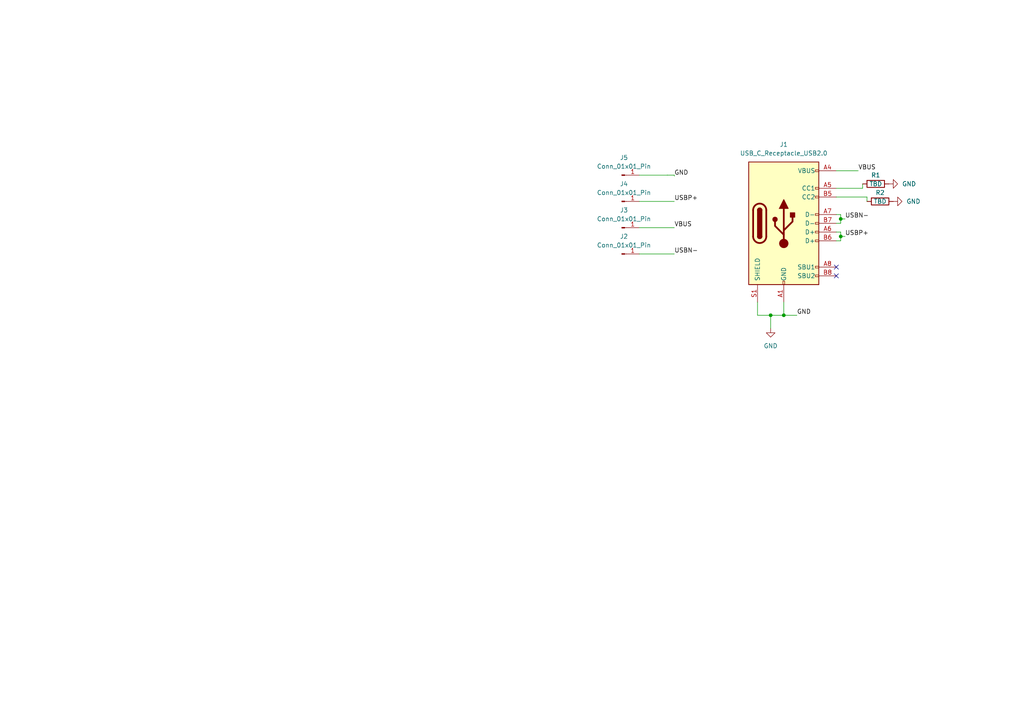
<source format=kicad_sch>
(kicad_sch (version 20230121) (generator eeschema)
  (paper "A4")
  (lib_symbols
    (symbol "Connector:Conn_01x01_Pin" (pin_names (offset 1.016) hide)
      (property "Reference" "J" (at 0 2.54 0))
      (property "Value" "Conn_01x01_Pin" (at 0 -2.54 0))
      (symbol "Conn_01x01_Pin_1_1"
        (polyline (pts (xy 1.27 0) (xy 0.8636 0)) (stroke (width 0.1524)))
        (rectangle (start 0.8636 0.127) (end 0 -0.127) (stroke (width 0.1524)) (fill (type outline)))
        (pin passive line (at 5.08 0 180) (length 3.81) (name "Pin_1") (number "1"))
      )
    )
    (symbol "Connector:USB_C_Receptacle_USB2.0" (pin_names (offset 1.016))
      (property "Reference" "J" (at -10.16 19.05 0))
      (property "Value" "USB_C_Receptacle_USB2.0" (at 19.05 19.05 0))
      (symbol "USB_C_Receptacle_USB2.0_0_0"
        (rectangle (start -0.254 -17.78) (end 0.254 -16.764))
        (rectangle (start 10.16 -14.986) (end 9.144 -15.494))
        (rectangle (start 10.16 -12.446) (end 9.144 -12.954))
        (rectangle (start 10.16 -4.826) (end 9.144 -5.334))
        (rectangle (start 10.16 -2.286) (end 9.144 -2.794))
        (rectangle (start 10.16 0.254) (end 9.144 -0.254))
        (rectangle (start 10.16 2.794) (end 9.144 2.286))
        (rectangle (start 10.16 7.874) (end 9.144 7.366))
        (rectangle (start 10.16 10.414) (end 9.144 9.906))
        (rectangle (start 10.16 15.494) (end 9.144 14.986))
      )
      (symbol "USB_C_Receptacle_USB2.0_0_1"
        (rectangle (start -10.16 17.78) (end 10.16 -17.78) (stroke (width 0.254)) (fill (type background)))
        (arc (start -8.89 -3.81) (mid -6.985 -5.7067) (end -5.08 -3.81) (stroke (width 0.508)))
        (arc (start -7.62 -3.81) (mid -6.985 -4.4423) (end -6.35 -3.81) (stroke (width 0.254)))
        (arc (start -7.62 -3.81) (mid -6.985 -4.4423) (end -6.35 -3.81) (stroke (width 0.254)) (fill (type outline)))
        (rectangle (start -7.62 -3.81) (end -6.35 3.81) (stroke (width 0.254)) (fill (type outline)))
        (arc (start -6.35 3.81) (mid -6.985 4.4423) (end -7.62 3.81) (stroke (width 0.254)))
        (arc (start -6.35 3.81) (mid -6.985 4.4423) (end -7.62 3.81) (stroke (width 0.254)) (fill (type outline)))
        (arc (start -5.08 3.81) (mid -6.985 5.7067) (end -8.89 3.81) (stroke (width 0.508)))
        (circle (center -2.54 1.143) (radius 0.635) (stroke (width 0.254)) (fill (type outline)))
        (circle (center 0 -5.842) (radius 1.27) (fill (type outline)))
        (polyline (pts (xy -8.89 -3.81) (xy -8.89 3.81)) (stroke (width 0.508)))
        (polyline (pts (xy -5.08 3.81) (xy -5.08 -3.81)) (stroke (width 0.508)))
        (polyline (pts (xy 0 -5.842) (xy 0 4.318)) (stroke (width 0.508)))
        (polyline (pts (xy 0 -3.302) (xy -2.54 -0.762) (xy -2.54 0.508)) (stroke (width 0.508)))
        (polyline (pts (xy 0 -2.032) (xy 2.54 0.508) (xy 2.54 1.778)) (stroke (width 0.508)))
        (polyline (pts (xy -1.27 4.318) (xy 0 6.858) (xy 1.27 4.318) (xy -1.27 4.318)) (stroke (width 0.254)) (fill (type outline)))
        (rectangle (start 1.905 1.778) (end 3.175 3.048) (stroke (width 0.254)) (fill (type outline)))
      )
      (symbol "USB_C_Receptacle_USB2.0_1_1"
        (pin passive line (at 0 -22.86 90) (length 5.08) (name "GND") (number "A1"))
        (pin passive line (at 0 -22.86 90) (length 5.08) hide (name "GND") (number "A12"))
        (pin passive line (at 15.24 15.24 180) (length 5.08) (name "VBUS") (number "A4"))
        (pin bidirectional line (at 15.24 10.16 180) (length 5.08) (name "CC1") (number "A5"))
        (pin bidirectional line (at 15.24 -2.54 180) (length 5.08) (name "D+") (number "A6"))
        (pin bidirectional line (at 15.24 2.54 180) (length 5.08) (name "D-") (number "A7"))
        (pin bidirectional line (at 15.24 -12.7 180) (length 5.08) (name "SBU1") (number "A8"))
        (pin passive line (at 15.24 15.24 180) (length 5.08) hide (name "VBUS") (number "A9"))
        (pin passive line (at 0 -22.86 90) (length 5.08) hide (name "GND") (number "B1"))
        (pin passive line (at 0 -22.86 90) (length 5.08) hide (name "GND") (number "B12"))
        (pin passive line (at 15.24 15.24 180) (length 5.08) hide (name "VBUS") (number "B4"))
        (pin bidirectional line (at 15.24 7.62 180) (length 5.08) (name "CC2") (number "B5"))
        (pin bidirectional line (at 15.24 -5.08 180) (length 5.08) (name "D+") (number "B6"))
        (pin bidirectional line (at 15.24 0 180) (length 5.08) (name "D-") (number "B7"))
        (pin bidirectional line (at 15.24 -15.24 180) (length 5.08) (name "SBU2") (number "B8"))
        (pin passive line (at 15.24 15.24 180) (length 5.08) hide (name "VBUS") (number "B9"))
        (pin passive line (at -7.62 -22.86 90) (length 5.08) (name "SHIELD") (number "S1"))
      )
    )
    (symbol "Device:R" (pin_numbers hide) (pin_names (offset 0))
      (property "Reference" "R" (at 2.032 0 90))
      (property "Value" "R" (at 0 0 90))
      (symbol "R_0_1"
        (rectangle (start -1.016 -2.54) (end 1.016 2.54) (stroke (width 0.254)))
      )
      (symbol "R_1_1"
        (pin passive line (at 0 3.81 270) (length 1.27) (name "~") (number "1"))
        (pin passive line (at 0 -3.81 90) (length 1.27) (name "~") (number "2"))
      )
    )
    (symbol "power:GND" (power) (pin_names (offset 0))
      (property "Value" "GND" (at 0 -3.81 0))
      (symbol "GND_0_1"
        (polyline (pts (xy 0 0) (xy 0 -1.27) (xy 1.27 -1.27) (xy 0 -2.54) (xy -1.27 -1.27) (xy 0 -1.27)))
      )
      (symbol "GND_1_1"
        (pin power_in line (at 0 0 270) (length 0) hide (name "GND") (number "1"))
      )
    )
  )
  (junction (at 223.52 91.44))
  (junction (at 227.33 91.44))
  (junction (at 243.84 63.5))
  (junction (at 243.84 68.58))
  (no_connect (at 242.57 80.01))
  (no_connect (at 242.57 77.47))
  (wire (pts (xy 195.58 50.7927) (xy 195.58 51.0904)))
  (wire (pts (xy 243.84 67.31) (xy 243.84 68.58)))
  (wire (pts (xy 242.57 64.77) (xy 243.84 64.77)))
  (wire (pts (xy 219.71 91.44) (xy 223.52 91.44)))
  (wire (pts (xy 242.57 49.53) (xy 248.92 49.53)))
  (wire (pts (xy 243.84 63.5) (xy 245.11 63.5)))
  (wire (pts (xy 243.84 62.23) (xy 243.84 63.5)))
  (wire (pts (xy 243.84 68.58) (xy 243.84 69.85)))
  (wire (pts (xy 185.42 73.66) (xy 195.58 73.66)))
  (wire (pts (xy 223.52 91.44) (xy 227.33 91.44)))
  (wire (pts (xy 242.57 69.85) (xy 243.84 69.85)))
  (wire (pts (xy 185.42 58.42) (xy 195.58 58.42)))
  (wire (pts (xy 227.33 91.44) (xy 231.14 91.44)))
  (wire (pts (xy 185.42 66.04) (xy 195.58 66.04)))
  (wire (pts (xy 193.5601 50.8) (xy 193.5601 50.7927)))
  (wire (pts (xy 227.33 91.44) (xy 227.33 87.63)))
  (wire (pts (xy 242.57 62.23) (xy 243.84 62.23)))
  (wire (pts (xy 242.57 57.15) (xy 251.46 57.15)))
  (wire (pts (xy 193.5601 50.7927) (xy 195.58 50.7927)))
  (wire (pts (xy 242.57 54.61) (xy 250.19 54.61)))
  (wire (pts (xy 251.46 57.15) (xy 251.46 58.42)))
  (wire (pts (xy 243.84 63.5) (xy 243.84 64.77)))
  (wire (pts (xy 185.42 50.8) (xy 193.5601 50.8)))
  (wire (pts (xy 243.84 68.58) (xy 245.11 68.58)))
  (wire (pts (xy 242.57 67.31) (xy 243.84 67.31)))
  (wire (pts (xy 250.19 53.34) (xy 250.19 54.61)))
  (wire (pts (xy 219.71 87.63) (xy 219.71 91.44)))
  (wire (pts (xy 223.52 91.44) (xy 223.52 95.25)))
  (label "USBP+" (at 195.58 58.42 0))
  (label "VBUS" (at 248.92 49.53 0))
  (label "GND" (at 231.14 91.44 0))
  (label "VBUS" (at 195.58 66.04 0))
  (label "GND" (at 195.58 51.0904 0))
  (label "USBN-" (at 245.11 63.5 0))
  (label "USBN-" (at 195.58 73.66 0))
  (label "USBP+" (at 245.11 68.58 0))
  (symbol (lib_id "Connector:Conn_01x01_Pin") (at 180.34 58.42 0) (unit 1)
    (property "Reference" "J4" (at 180.975 53.34 0))
    (property "Value" "Conn_01x01_Pin" (at 180.975 55.88 0))
    (property "Footprint" "Connector_Pin:Pin_D0.7mm_L6.5mm_W1.8mm_FlatFork" (effects hide))
  )
  (symbol (lib_id "Device:R") (at 255.27 58.42 90) (unit 1)
    (property "Reference" "R2" (at 255.27 55.88 90))
    (property "Value" "TBD" (at 255.27 58.42 90))
    (property "Footprint" "Resistor_SMD:R_0402_1005Metric" (effects hide))
  )
  (symbol (lib_id "power:GND") (at 223.52 95.25 0) (unit 1)
    (property "Reference" "#PWR01" (effects hide))
    (property "Value" "GND" (at 223.52 100.33 0))
  )
  (symbol (lib_id "Device:R") (at 254 53.34 90) (unit 1)
    (property "Reference" "R1" (at 254 50.8 90))
    (property "Value" "TBD" (at 254 53.34 90))
    (property "Footprint" "Resistor_SMD:R_0402_1005Metric" (effects hide))
  )
  (symbol (lib_id "Connector:Conn_01x01_Pin") (at 180.34 66.04 0) (unit 1)
    (property "Reference" "J3" (at 180.975 60.96 0))
    (property "Value" "Conn_01x01_Pin" (at 180.975 63.5 0))
    (property "Footprint" "Connector_Pin:Pin_D0.7mm_L6.5mm_W1.8mm_FlatFork" (effects hide))
  )
  (symbol (lib_id "power:GND") (at 257.81 53.34 90) (unit 1)
    (property "Reference" "#PWR02" (effects hide))
    (property "Value" "GND" (at 261.62 53.34 90) (effects (justify right)))
  )
  (symbol (lib_id "power:GND") (at 259.08 58.42 90) (unit 1)
    (property "Reference" "#PWR03" (effects hide))
    (property "Value" "GND" (at 262.89 58.42 90) (effects (justify right)))
  )
  (symbol (lib_id "Connector:Conn_01x01_Pin") (at 180.34 73.66 0) (unit 1)
    (property "Reference" "J2" (at 180.975 68.58 0))
    (property "Value" "Conn_01x01_Pin" (at 180.975 71.12 0))
    (property "Footprint" "Connector_Pin:Pin_D0.7mm_L6.5mm_W1.8mm_FlatFork" (effects hide))
  )
  (symbol (lib_id "Connector:USB_C_Receptacle_USB2.0") (at 227.33 64.77 0) (unit 1)
    (property "Reference" "J1" (at 227.33 41.91 0))
    (property "Value" "USB_C_Receptacle_USB2.0" (at 227.33 44.45 0))
    (property "Footprint" "Connector_USB:USB_C_Receptacle_HRO_TYPE-C-31-M-12" (effects hide))
    (property "Datasheet" "https://www.usb.org/sites/default/files/documents/usb_type-c.zip" (effects hide))
  )
  (symbol (lib_id "Connector:Conn_01x01_Pin") (at 180.34 50.8 0) (unit 1)
    (property "Reference" "J5" (at 180.975 45.72 0))
    (property "Value" "Conn_01x01_Pin" (at 180.975 48.26 0))
    (property "Footprint" "Connector_Pin:Pin_D0.7mm_L6.5mm_W1.8mm_FlatFork" (effects hide))
  )
)
</source>
